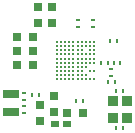
<source format=gtp>
G04*
G04 #@! TF.GenerationSoftware,Altium Limited,Altium Designer,19.0.10 (269)*
G04*
G04 Layer_Color=8421504*
%FSLAX24Y24*%
%MOIN*%
G70*
G01*
G75*
%ADD13R,0.0335X0.0374*%
%ADD14R,0.0106X0.0118*%
%ADD15R,0.0551X0.0295*%
%ADD16C,0.0079*%
%ADD17R,0.0295X0.0315*%
%ADD18R,0.0256X0.0197*%
%ADD19R,0.0315X0.0295*%
%ADD20R,0.0118X0.0106*%
D13*
X1704Y-1350D02*
D03*
X1252D02*
D03*
Y-1921D02*
D03*
X1704D02*
D03*
D14*
X1590Y-2246D02*
D03*
X1366D02*
D03*
X1366Y-1025D02*
D03*
X1590D02*
D03*
X1089Y-721D02*
D03*
X1313D02*
D03*
X1275Y-69D02*
D03*
X1500D02*
D03*
X845Y-69D02*
D03*
X1070D02*
D03*
X18Y-1350D02*
D03*
X242D02*
D03*
X1383Y639D02*
D03*
X1158D02*
D03*
X-1453Y-1130D02*
D03*
X-1228D02*
D03*
D15*
X-2132Y-1696D02*
D03*
Y-1125D02*
D03*
D16*
X-620Y620D02*
D03*
X620Y-344D02*
D03*
X482D02*
D03*
X620Y-620D02*
D03*
X-482Y620D02*
D03*
X-344D02*
D03*
X-207D02*
D03*
X-69D02*
D03*
X69D02*
D03*
X207D02*
D03*
X344D02*
D03*
X482D02*
D03*
X620D02*
D03*
X-620Y482D02*
D03*
X-482D02*
D03*
X-344D02*
D03*
X-207D02*
D03*
X-69D02*
D03*
X69D02*
D03*
X207D02*
D03*
X344D02*
D03*
X482D02*
D03*
X620D02*
D03*
X-620Y344D02*
D03*
X-482D02*
D03*
X-344D02*
D03*
X-207D02*
D03*
X-69D02*
D03*
X69D02*
D03*
X207D02*
D03*
X482D02*
D03*
X620D02*
D03*
X-620Y207D02*
D03*
X-482D02*
D03*
X-344D02*
D03*
X-207D02*
D03*
X-69D02*
D03*
X69D02*
D03*
X207D02*
D03*
X344D02*
D03*
X482D02*
D03*
X620D02*
D03*
X-620Y69D02*
D03*
X-482D02*
D03*
X-344D02*
D03*
X-207D02*
D03*
X-69D02*
D03*
X69D02*
D03*
X207D02*
D03*
X344D02*
D03*
X482D02*
D03*
X620D02*
D03*
X-620Y-69D02*
D03*
X-482D02*
D03*
X-344D02*
D03*
X-207D02*
D03*
X-69D02*
D03*
X69D02*
D03*
X207D02*
D03*
X344D02*
D03*
X482D02*
D03*
X620D02*
D03*
X-620Y-207D02*
D03*
X-482D02*
D03*
X-344D02*
D03*
X-207D02*
D03*
X-69D02*
D03*
X69D02*
D03*
X207D02*
D03*
X344D02*
D03*
X-620Y-344D02*
D03*
X-482D02*
D03*
X-344D02*
D03*
X-207D02*
D03*
X-69D02*
D03*
X69D02*
D03*
X207D02*
D03*
X-620Y-482D02*
D03*
X-482D02*
D03*
X-344D02*
D03*
X-207D02*
D03*
X-69D02*
D03*
X69D02*
D03*
X207D02*
D03*
X344D02*
D03*
X-620Y-620D02*
D03*
X-482D02*
D03*
X-344D02*
D03*
X-207D02*
D03*
X-69D02*
D03*
X69D02*
D03*
X207D02*
D03*
X344D02*
D03*
X482D02*
D03*
D17*
X-1407Y325D02*
D03*
X-1939D02*
D03*
X-1407Y787D02*
D03*
X-1939D02*
D03*
X-276Y-1730D02*
D03*
X256D02*
D03*
X-1407Y-138D02*
D03*
X-1939D02*
D03*
D18*
X-295Y-2120D02*
D03*
X-669D02*
D03*
D19*
X-730Y-1174D02*
D03*
Y-1706D02*
D03*
X-1250Y1250D02*
D03*
Y1781D02*
D03*
X-787Y1250D02*
D03*
Y1781D02*
D03*
X-1180Y-1474D02*
D03*
Y-2006D02*
D03*
D20*
X-1709Y-1306D02*
D03*
Y-1082D02*
D03*
Y-1525D02*
D03*
Y-1749D02*
D03*
X600Y1352D02*
D03*
Y1128D02*
D03*
X90Y1352D02*
D03*
Y1128D02*
D03*
X1173Y-287D02*
D03*
Y-511D02*
D03*
M02*

</source>
